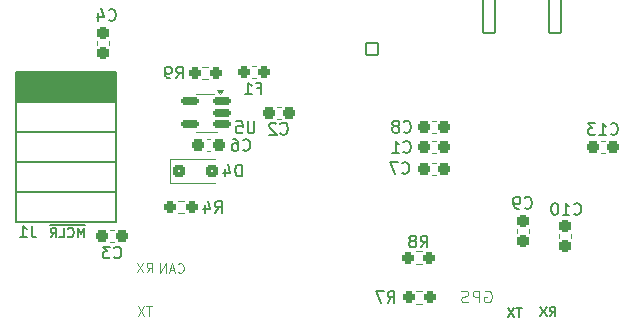
<source format=gbo>
G04 #@! TF.GenerationSoftware,KiCad,Pcbnew,9.0.6*
G04 #@! TF.CreationDate,2026-01-16T18:23:39-05:00*
G04 #@! TF.ProjectId,gps_2,6770735f-322e-46b6-9963-61645f706362,AA*
G04 #@! TF.SameCoordinates,Original*
G04 #@! TF.FileFunction,Legend,Bot*
G04 #@! TF.FilePolarity,Positive*
%FSLAX46Y46*%
G04 Gerber Fmt 4.6, Leading zero omitted, Abs format (unit mm)*
G04 Created by KiCad (PCBNEW 9.0.6) date 2026-01-16 18:23:39*
%MOMM*%
%LPD*%
G01*
G04 APERTURE LIST*
G04 Aperture macros list*
%AMRoundRect*
0 Rectangle with rounded corners*
0 $1 Rounding radius*
0 $2 $3 $4 $5 $6 $7 $8 $9 X,Y pos of 4 corners*
0 Add a 4 corners polygon primitive as box body*
4,1,4,$2,$3,$4,$5,$6,$7,$8,$9,$2,$3,0*
0 Add four circle primitives for the rounded corners*
1,1,$1+$1,$2,$3*
1,1,$1+$1,$4,$5*
1,1,$1+$1,$6,$7*
1,1,$1+$1,$8,$9*
0 Add four rect primitives between the rounded corners*
20,1,$1+$1,$2,$3,$4,$5,0*
20,1,$1+$1,$4,$5,$6,$7,0*
20,1,$1+$1,$6,$7,$8,$9,0*
20,1,$1+$1,$8,$9,$2,$3,0*%
G04 Aperture macros list end*
%ADD10C,0.125000*%
%ADD11C,0.150000*%
%ADD12C,0.100000*%
%ADD13C,0.160020*%
%ADD14C,0.120000*%
%ADD15C,2.000000*%
%ADD16C,6.400000*%
%ADD17R,1.000000X1.000000*%
%ADD18RoundRect,0.102000X0.500000X2.280000X-0.500000X2.280000X-0.500000X-2.280000X0.500000X-2.280000X0*%
%ADD19C,2.550000*%
%ADD20RoundRect,0.102000X0.500000X0.500000X-0.500000X0.500000X-0.500000X-0.500000X0.500000X-0.500000X0*%
%ADD21C,1.204000*%
%ADD22C,2.379000*%
%ADD23RoundRect,0.237500X0.300000X0.237500X-0.300000X0.237500X-0.300000X-0.237500X0.300000X-0.237500X0*%
%ADD24RoundRect,0.237500X0.287500X0.237500X-0.287500X0.237500X-0.287500X-0.237500X0.287500X-0.237500X0*%
%ADD25R,2.000000X1.000000*%
%ADD26RoundRect,0.237500X0.237500X-0.300000X0.237500X0.300000X-0.237500X0.300000X-0.237500X-0.300000X0*%
%ADD27RoundRect,0.250000X-0.300000X-0.300000X0.300000X-0.300000X0.300000X0.300000X-0.300000X0.300000X0*%
%ADD28RoundRect,0.237500X0.250000X0.237500X-0.250000X0.237500X-0.250000X-0.237500X0.250000X-0.237500X0*%
%ADD29RoundRect,0.237500X-0.237500X0.300000X-0.237500X-0.300000X0.237500X-0.300000X0.237500X0.300000X0*%
%ADD30RoundRect,0.162500X0.617500X0.162500X-0.617500X0.162500X-0.617500X-0.162500X0.617500X-0.162500X0*%
%ADD31RoundRect,0.237500X-0.300000X-0.237500X0.300000X-0.237500X0.300000X0.237500X-0.300000X0.237500X0*%
%ADD32RoundRect,0.237500X-0.250000X-0.237500X0.250000X-0.237500X0.250000X0.237500X-0.250000X0.237500X0*%
G04 APERTURE END LIST*
D10*
X170055859Y-126468738D02*
X170151097Y-126421119D01*
X170151097Y-126421119D02*
X170293954Y-126421119D01*
X170293954Y-126421119D02*
X170436811Y-126468738D01*
X170436811Y-126468738D02*
X170532049Y-126563976D01*
X170532049Y-126563976D02*
X170579668Y-126659214D01*
X170579668Y-126659214D02*
X170627287Y-126849690D01*
X170627287Y-126849690D02*
X170627287Y-126992547D01*
X170627287Y-126992547D02*
X170579668Y-127183023D01*
X170579668Y-127183023D02*
X170532049Y-127278261D01*
X170532049Y-127278261D02*
X170436811Y-127373500D01*
X170436811Y-127373500D02*
X170293954Y-127421119D01*
X170293954Y-127421119D02*
X170198716Y-127421119D01*
X170198716Y-127421119D02*
X170055859Y-127373500D01*
X170055859Y-127373500D02*
X170008240Y-127325880D01*
X170008240Y-127325880D02*
X170008240Y-126992547D01*
X170008240Y-126992547D02*
X170198716Y-126992547D01*
X169579668Y-127421119D02*
X169579668Y-126421119D01*
X169579668Y-126421119D02*
X169198716Y-126421119D01*
X169198716Y-126421119D02*
X169103478Y-126468738D01*
X169103478Y-126468738D02*
X169055859Y-126516357D01*
X169055859Y-126516357D02*
X169008240Y-126611595D01*
X169008240Y-126611595D02*
X169008240Y-126754452D01*
X169008240Y-126754452D02*
X169055859Y-126849690D01*
X169055859Y-126849690D02*
X169103478Y-126897309D01*
X169103478Y-126897309D02*
X169198716Y-126944928D01*
X169198716Y-126944928D02*
X169579668Y-126944928D01*
X168627287Y-127373500D02*
X168484430Y-127421119D01*
X168484430Y-127421119D02*
X168246335Y-127421119D01*
X168246335Y-127421119D02*
X168151097Y-127373500D01*
X168151097Y-127373500D02*
X168103478Y-127325880D01*
X168103478Y-127325880D02*
X168055859Y-127230642D01*
X168055859Y-127230642D02*
X168055859Y-127135404D01*
X168055859Y-127135404D02*
X168103478Y-127040166D01*
X168103478Y-127040166D02*
X168151097Y-126992547D01*
X168151097Y-126992547D02*
X168246335Y-126944928D01*
X168246335Y-126944928D02*
X168436811Y-126897309D01*
X168436811Y-126897309D02*
X168532049Y-126849690D01*
X168532049Y-126849690D02*
X168579668Y-126802071D01*
X168579668Y-126802071D02*
X168627287Y-126706833D01*
X168627287Y-126706833D02*
X168627287Y-126611595D01*
X168627287Y-126611595D02*
X168579668Y-126516357D01*
X168579668Y-126516357D02*
X168532049Y-126468738D01*
X168532049Y-126468738D02*
X168436811Y-126421119D01*
X168436811Y-126421119D02*
X168198716Y-126421119D01*
X168198716Y-126421119D02*
X168055859Y-126468738D01*
D11*
X173177123Y-127883095D02*
X172719980Y-127883095D01*
X172948552Y-128683095D02*
X172948552Y-127883095D01*
X172529504Y-127883095D02*
X171996170Y-128683095D01*
X171996170Y-127883095D02*
X172529504Y-128683095D01*
D12*
X141833523Y-127758695D02*
X141376380Y-127758695D01*
X141604952Y-128558695D02*
X141604952Y-127758695D01*
X141185904Y-127758695D02*
X140652570Y-128558695D01*
X140652570Y-127758695D02*
X141185904Y-128558695D01*
D11*
X175553332Y-128606895D02*
X175819999Y-128225942D01*
X176010475Y-128606895D02*
X176010475Y-127806895D01*
X176010475Y-127806895D02*
X175705713Y-127806895D01*
X175705713Y-127806895D02*
X175629523Y-127844990D01*
X175629523Y-127844990D02*
X175591428Y-127883085D01*
X175591428Y-127883085D02*
X175553332Y-127959276D01*
X175553332Y-127959276D02*
X175553332Y-128073561D01*
X175553332Y-128073561D02*
X175591428Y-128149752D01*
X175591428Y-128149752D02*
X175629523Y-128187847D01*
X175629523Y-128187847D02*
X175705713Y-128225942D01*
X175705713Y-128225942D02*
X176010475Y-128225942D01*
X175286666Y-127806895D02*
X174753332Y-128606895D01*
X174753332Y-127806895D02*
X175286666Y-128606895D01*
D12*
X144066591Y-124839504D02*
X144104687Y-124877600D01*
X144104687Y-124877600D02*
X144218972Y-124915695D01*
X144218972Y-124915695D02*
X144295163Y-124915695D01*
X144295163Y-124915695D02*
X144409449Y-124877600D01*
X144409449Y-124877600D02*
X144485639Y-124801409D01*
X144485639Y-124801409D02*
X144523734Y-124725219D01*
X144523734Y-124725219D02*
X144561830Y-124572838D01*
X144561830Y-124572838D02*
X144561830Y-124458552D01*
X144561830Y-124458552D02*
X144523734Y-124306171D01*
X144523734Y-124306171D02*
X144485639Y-124229980D01*
X144485639Y-124229980D02*
X144409449Y-124153790D01*
X144409449Y-124153790D02*
X144295163Y-124115695D01*
X144295163Y-124115695D02*
X144218972Y-124115695D01*
X144218972Y-124115695D02*
X144104687Y-124153790D01*
X144104687Y-124153790D02*
X144066591Y-124191885D01*
X143761830Y-124687123D02*
X143380877Y-124687123D01*
X143838020Y-124915695D02*
X143571353Y-124115695D01*
X143571353Y-124115695D02*
X143304687Y-124915695D01*
X143038020Y-124915695D02*
X143038020Y-124115695D01*
X143038020Y-124115695D02*
X142580877Y-124915695D01*
X142580877Y-124915695D02*
X142580877Y-124115695D01*
X141408132Y-124875695D02*
X141674799Y-124494742D01*
X141865275Y-124875695D02*
X141865275Y-124075695D01*
X141865275Y-124075695D02*
X141560513Y-124075695D01*
X141560513Y-124075695D02*
X141484323Y-124113790D01*
X141484323Y-124113790D02*
X141446228Y-124151885D01*
X141446228Y-124151885D02*
X141408132Y-124228076D01*
X141408132Y-124228076D02*
X141408132Y-124342361D01*
X141408132Y-124342361D02*
X141446228Y-124418552D01*
X141446228Y-124418552D02*
X141484323Y-124456647D01*
X141484323Y-124456647D02*
X141560513Y-124494742D01*
X141560513Y-124494742D02*
X141865275Y-124494742D01*
X141141466Y-124075695D02*
X140608132Y-124875695D01*
X140608132Y-124075695D02*
X141141466Y-124875695D01*
D13*
X136104224Y-121893761D02*
X136104224Y-121093661D01*
X136104224Y-121093661D02*
X135837524Y-121665161D01*
X135837524Y-121665161D02*
X135570824Y-121093661D01*
X135570824Y-121093661D02*
X135570824Y-121893761D01*
X134732624Y-121817561D02*
X134770724Y-121855661D01*
X134770724Y-121855661D02*
X134885024Y-121893761D01*
X134885024Y-121893761D02*
X134961224Y-121893761D01*
X134961224Y-121893761D02*
X135075524Y-121855661D01*
X135075524Y-121855661D02*
X135151724Y-121779461D01*
X135151724Y-121779461D02*
X135189824Y-121703261D01*
X135189824Y-121703261D02*
X135227924Y-121550861D01*
X135227924Y-121550861D02*
X135227924Y-121436561D01*
X135227924Y-121436561D02*
X135189824Y-121284161D01*
X135189824Y-121284161D02*
X135151724Y-121207961D01*
X135151724Y-121207961D02*
X135075524Y-121131761D01*
X135075524Y-121131761D02*
X134961224Y-121093661D01*
X134961224Y-121093661D02*
X134885024Y-121093661D01*
X134885024Y-121093661D02*
X134770724Y-121131761D01*
X134770724Y-121131761D02*
X134732624Y-121169861D01*
X134008724Y-121893761D02*
X134389724Y-121893761D01*
X134389724Y-121893761D02*
X134389724Y-121093661D01*
X133284824Y-121893761D02*
X133551524Y-121512761D01*
X133742024Y-121893761D02*
X133742024Y-121093661D01*
X133742024Y-121093661D02*
X133437224Y-121093661D01*
X133437224Y-121093661D02*
X133361024Y-121131761D01*
X133361024Y-121131761D02*
X133322924Y-121169861D01*
X133322924Y-121169861D02*
X133284824Y-121246061D01*
X133284824Y-121246061D02*
X133284824Y-121360361D01*
X133284824Y-121360361D02*
X133322924Y-121436561D01*
X133322924Y-121436561D02*
X133361024Y-121474661D01*
X133361024Y-121474661D02*
X133437224Y-121512761D01*
X133437224Y-121512761D02*
X133742024Y-121512761D01*
X136214714Y-120871538D02*
X133212434Y-120871538D01*
D11*
X163166666Y-112954580D02*
X163214285Y-113002200D01*
X163214285Y-113002200D02*
X163357142Y-113049819D01*
X163357142Y-113049819D02*
X163452380Y-113049819D01*
X163452380Y-113049819D02*
X163595237Y-113002200D01*
X163595237Y-113002200D02*
X163690475Y-112906961D01*
X163690475Y-112906961D02*
X163738094Y-112811723D01*
X163738094Y-112811723D02*
X163785713Y-112621247D01*
X163785713Y-112621247D02*
X163785713Y-112478390D01*
X163785713Y-112478390D02*
X163738094Y-112287914D01*
X163738094Y-112287914D02*
X163690475Y-112192676D01*
X163690475Y-112192676D02*
X163595237Y-112097438D01*
X163595237Y-112097438D02*
X163452380Y-112049819D01*
X163452380Y-112049819D02*
X163357142Y-112049819D01*
X163357142Y-112049819D02*
X163214285Y-112097438D01*
X163214285Y-112097438D02*
X163166666Y-112145057D01*
X162595237Y-112478390D02*
X162690475Y-112430771D01*
X162690475Y-112430771D02*
X162738094Y-112383152D01*
X162738094Y-112383152D02*
X162785713Y-112287914D01*
X162785713Y-112287914D02*
X162785713Y-112240295D01*
X162785713Y-112240295D02*
X162738094Y-112145057D01*
X162738094Y-112145057D02*
X162690475Y-112097438D01*
X162690475Y-112097438D02*
X162595237Y-112049819D01*
X162595237Y-112049819D02*
X162404761Y-112049819D01*
X162404761Y-112049819D02*
X162309523Y-112097438D01*
X162309523Y-112097438D02*
X162261904Y-112145057D01*
X162261904Y-112145057D02*
X162214285Y-112240295D01*
X162214285Y-112240295D02*
X162214285Y-112287914D01*
X162214285Y-112287914D02*
X162261904Y-112383152D01*
X162261904Y-112383152D02*
X162309523Y-112430771D01*
X162309523Y-112430771D02*
X162404761Y-112478390D01*
X162404761Y-112478390D02*
X162595237Y-112478390D01*
X162595237Y-112478390D02*
X162690475Y-112526009D01*
X162690475Y-112526009D02*
X162738094Y-112573628D01*
X162738094Y-112573628D02*
X162785713Y-112668866D01*
X162785713Y-112668866D02*
X162785713Y-112859342D01*
X162785713Y-112859342D02*
X162738094Y-112954580D01*
X162738094Y-112954580D02*
X162690475Y-113002200D01*
X162690475Y-113002200D02*
X162595237Y-113049819D01*
X162595237Y-113049819D02*
X162404761Y-113049819D01*
X162404761Y-113049819D02*
X162309523Y-113002200D01*
X162309523Y-113002200D02*
X162261904Y-112954580D01*
X162261904Y-112954580D02*
X162214285Y-112859342D01*
X162214285Y-112859342D02*
X162214285Y-112668866D01*
X162214285Y-112668866D02*
X162261904Y-112573628D01*
X162261904Y-112573628D02*
X162309523Y-112526009D01*
X162309523Y-112526009D02*
X162404761Y-112478390D01*
X180695357Y-113149580D02*
X180742976Y-113197200D01*
X180742976Y-113197200D02*
X180885833Y-113244819D01*
X180885833Y-113244819D02*
X180981071Y-113244819D01*
X180981071Y-113244819D02*
X181123928Y-113197200D01*
X181123928Y-113197200D02*
X181219166Y-113101961D01*
X181219166Y-113101961D02*
X181266785Y-113006723D01*
X181266785Y-113006723D02*
X181314404Y-112816247D01*
X181314404Y-112816247D02*
X181314404Y-112673390D01*
X181314404Y-112673390D02*
X181266785Y-112482914D01*
X181266785Y-112482914D02*
X181219166Y-112387676D01*
X181219166Y-112387676D02*
X181123928Y-112292438D01*
X181123928Y-112292438D02*
X180981071Y-112244819D01*
X180981071Y-112244819D02*
X180885833Y-112244819D01*
X180885833Y-112244819D02*
X180742976Y-112292438D01*
X180742976Y-112292438D02*
X180695357Y-112340057D01*
X179742976Y-113244819D02*
X180314404Y-113244819D01*
X180028690Y-113244819D02*
X180028690Y-112244819D01*
X180028690Y-112244819D02*
X180123928Y-112387676D01*
X180123928Y-112387676D02*
X180219166Y-112482914D01*
X180219166Y-112482914D02*
X180314404Y-112530533D01*
X179409642Y-112244819D02*
X178790595Y-112244819D01*
X178790595Y-112244819D02*
X179123928Y-112625771D01*
X179123928Y-112625771D02*
X178981071Y-112625771D01*
X178981071Y-112625771D02*
X178885833Y-112673390D01*
X178885833Y-112673390D02*
X178838214Y-112721009D01*
X178838214Y-112721009D02*
X178790595Y-112816247D01*
X178790595Y-112816247D02*
X178790595Y-113054342D01*
X178790595Y-113054342D02*
X178838214Y-113149580D01*
X178838214Y-113149580D02*
X178885833Y-113197200D01*
X178885833Y-113197200D02*
X178981071Y-113244819D01*
X178981071Y-113244819D02*
X179266785Y-113244819D01*
X179266785Y-113244819D02*
X179362023Y-113197200D01*
X179362023Y-113197200D02*
X179409642Y-113149580D01*
X150777533Y-109278009D02*
X151110866Y-109278009D01*
X151110866Y-109801819D02*
X151110866Y-108801819D01*
X151110866Y-108801819D02*
X150634676Y-108801819D01*
X149729914Y-109801819D02*
X150301342Y-109801819D01*
X150015628Y-109801819D02*
X150015628Y-108801819D01*
X150015628Y-108801819D02*
X150110866Y-108944676D01*
X150110866Y-108944676D02*
X150206104Y-109039914D01*
X150206104Y-109039914D02*
X150301342Y-109087533D01*
X131676733Y-120917619D02*
X131676733Y-121631904D01*
X131676733Y-121631904D02*
X131724352Y-121774761D01*
X131724352Y-121774761D02*
X131819590Y-121870000D01*
X131819590Y-121870000D02*
X131962447Y-121917619D01*
X131962447Y-121917619D02*
X132057685Y-121917619D01*
X130676733Y-121917619D02*
X131248161Y-121917619D01*
X130962447Y-121917619D02*
X130962447Y-120917619D01*
X130962447Y-120917619D02*
X131057685Y-121060476D01*
X131057685Y-121060476D02*
X131152923Y-121155714D01*
X131152923Y-121155714D02*
X131248161Y-121203333D01*
X138190266Y-103483580D02*
X138237885Y-103531200D01*
X138237885Y-103531200D02*
X138380742Y-103578819D01*
X138380742Y-103578819D02*
X138475980Y-103578819D01*
X138475980Y-103578819D02*
X138618837Y-103531200D01*
X138618837Y-103531200D02*
X138714075Y-103435961D01*
X138714075Y-103435961D02*
X138761694Y-103340723D01*
X138761694Y-103340723D02*
X138809313Y-103150247D01*
X138809313Y-103150247D02*
X138809313Y-103007390D01*
X138809313Y-103007390D02*
X138761694Y-102816914D01*
X138761694Y-102816914D02*
X138714075Y-102721676D01*
X138714075Y-102721676D02*
X138618837Y-102626438D01*
X138618837Y-102626438D02*
X138475980Y-102578819D01*
X138475980Y-102578819D02*
X138380742Y-102578819D01*
X138380742Y-102578819D02*
X138237885Y-102626438D01*
X138237885Y-102626438D02*
X138190266Y-102674057D01*
X137333123Y-102912152D02*
X137333123Y-103578819D01*
X137571218Y-102531200D02*
X137809313Y-103245485D01*
X137809313Y-103245485D02*
X137190266Y-103245485D01*
X149463094Y-116754819D02*
X149463094Y-115754819D01*
X149463094Y-115754819D02*
X149224999Y-115754819D01*
X149224999Y-115754819D02*
X149082142Y-115802438D01*
X149082142Y-115802438D02*
X148986904Y-115897676D01*
X148986904Y-115897676D02*
X148939285Y-115992914D01*
X148939285Y-115992914D02*
X148891666Y-116183390D01*
X148891666Y-116183390D02*
X148891666Y-116326247D01*
X148891666Y-116326247D02*
X148939285Y-116516723D01*
X148939285Y-116516723D02*
X148986904Y-116611961D01*
X148986904Y-116611961D02*
X149082142Y-116707200D01*
X149082142Y-116707200D02*
X149224999Y-116754819D01*
X149224999Y-116754819D02*
X149463094Y-116754819D01*
X148034523Y-116088152D02*
X148034523Y-116754819D01*
X148272618Y-115707200D02*
X148510713Y-116421485D01*
X148510713Y-116421485D02*
X147891666Y-116421485D01*
X147186666Y-119844819D02*
X147519999Y-119368628D01*
X147758094Y-119844819D02*
X147758094Y-118844819D01*
X147758094Y-118844819D02*
X147377142Y-118844819D01*
X147377142Y-118844819D02*
X147281904Y-118892438D01*
X147281904Y-118892438D02*
X147234285Y-118940057D01*
X147234285Y-118940057D02*
X147186666Y-119035295D01*
X147186666Y-119035295D02*
X147186666Y-119178152D01*
X147186666Y-119178152D02*
X147234285Y-119273390D01*
X147234285Y-119273390D02*
X147281904Y-119321009D01*
X147281904Y-119321009D02*
X147377142Y-119368628D01*
X147377142Y-119368628D02*
X147758094Y-119368628D01*
X146329523Y-119178152D02*
X146329523Y-119844819D01*
X146567618Y-118797200D02*
X146805713Y-119511485D01*
X146805713Y-119511485D02*
X146186666Y-119511485D01*
X177592807Y-119917380D02*
X177640426Y-119965000D01*
X177640426Y-119965000D02*
X177783283Y-120012619D01*
X177783283Y-120012619D02*
X177878521Y-120012619D01*
X177878521Y-120012619D02*
X178021378Y-119965000D01*
X178021378Y-119965000D02*
X178116616Y-119869761D01*
X178116616Y-119869761D02*
X178164235Y-119774523D01*
X178164235Y-119774523D02*
X178211854Y-119584047D01*
X178211854Y-119584047D02*
X178211854Y-119441190D01*
X178211854Y-119441190D02*
X178164235Y-119250714D01*
X178164235Y-119250714D02*
X178116616Y-119155476D01*
X178116616Y-119155476D02*
X178021378Y-119060238D01*
X178021378Y-119060238D02*
X177878521Y-119012619D01*
X177878521Y-119012619D02*
X177783283Y-119012619D01*
X177783283Y-119012619D02*
X177640426Y-119060238D01*
X177640426Y-119060238D02*
X177592807Y-119107857D01*
X176640426Y-120012619D02*
X177211854Y-120012619D01*
X176926140Y-120012619D02*
X176926140Y-119012619D01*
X176926140Y-119012619D02*
X177021378Y-119155476D01*
X177021378Y-119155476D02*
X177116616Y-119250714D01*
X177116616Y-119250714D02*
X177211854Y-119298333D01*
X176021378Y-119012619D02*
X175926140Y-119012619D01*
X175926140Y-119012619D02*
X175830902Y-119060238D01*
X175830902Y-119060238D02*
X175783283Y-119107857D01*
X175783283Y-119107857D02*
X175735664Y-119203095D01*
X175735664Y-119203095D02*
X175688045Y-119393571D01*
X175688045Y-119393571D02*
X175688045Y-119631666D01*
X175688045Y-119631666D02*
X175735664Y-119822142D01*
X175735664Y-119822142D02*
X175783283Y-119917380D01*
X175783283Y-119917380D02*
X175830902Y-119965000D01*
X175830902Y-119965000D02*
X175926140Y-120012619D01*
X175926140Y-120012619D02*
X176021378Y-120012619D01*
X176021378Y-120012619D02*
X176116616Y-119965000D01*
X176116616Y-119965000D02*
X176164235Y-119917380D01*
X176164235Y-119917380D02*
X176211854Y-119822142D01*
X176211854Y-119822142D02*
X176259473Y-119631666D01*
X176259473Y-119631666D02*
X176259473Y-119393571D01*
X176259473Y-119393571D02*
X176211854Y-119203095D01*
X176211854Y-119203095D02*
X176164235Y-119107857D01*
X176164235Y-119107857D02*
X176116616Y-119060238D01*
X176116616Y-119060238D02*
X176021378Y-119012619D01*
X161809166Y-127464819D02*
X162142499Y-126988628D01*
X162380594Y-127464819D02*
X162380594Y-126464819D01*
X162380594Y-126464819D02*
X161999642Y-126464819D01*
X161999642Y-126464819D02*
X161904404Y-126512438D01*
X161904404Y-126512438D02*
X161856785Y-126560057D01*
X161856785Y-126560057D02*
X161809166Y-126655295D01*
X161809166Y-126655295D02*
X161809166Y-126798152D01*
X161809166Y-126798152D02*
X161856785Y-126893390D01*
X161856785Y-126893390D02*
X161904404Y-126941009D01*
X161904404Y-126941009D02*
X161999642Y-126988628D01*
X161999642Y-126988628D02*
X162380594Y-126988628D01*
X161475832Y-126464819D02*
X160809166Y-126464819D01*
X160809166Y-126464819D02*
X161237737Y-127464819D01*
X150531904Y-112094819D02*
X150531904Y-112904342D01*
X150531904Y-112904342D02*
X150484285Y-112999580D01*
X150484285Y-112999580D02*
X150436666Y-113047200D01*
X150436666Y-113047200D02*
X150341428Y-113094819D01*
X150341428Y-113094819D02*
X150150952Y-113094819D01*
X150150952Y-113094819D02*
X150055714Y-113047200D01*
X150055714Y-113047200D02*
X150008095Y-112999580D01*
X150008095Y-112999580D02*
X149960476Y-112904342D01*
X149960476Y-112904342D02*
X149960476Y-112094819D01*
X149008095Y-112094819D02*
X149484285Y-112094819D01*
X149484285Y-112094819D02*
X149531904Y-112571009D01*
X149531904Y-112571009D02*
X149484285Y-112523390D01*
X149484285Y-112523390D02*
X149389047Y-112475771D01*
X149389047Y-112475771D02*
X149150952Y-112475771D01*
X149150952Y-112475771D02*
X149055714Y-112523390D01*
X149055714Y-112523390D02*
X149008095Y-112571009D01*
X149008095Y-112571009D02*
X148960476Y-112666247D01*
X148960476Y-112666247D02*
X148960476Y-112904342D01*
X148960476Y-112904342D02*
X149008095Y-112999580D01*
X149008095Y-112999580D02*
X149055714Y-113047200D01*
X149055714Y-113047200D02*
X149150952Y-113094819D01*
X149150952Y-113094819D02*
X149389047Y-113094819D01*
X149389047Y-113094819D02*
X149484285Y-113047200D01*
X149484285Y-113047200D02*
X149531904Y-112999580D01*
X138647466Y-123600380D02*
X138695085Y-123648000D01*
X138695085Y-123648000D02*
X138837942Y-123695619D01*
X138837942Y-123695619D02*
X138933180Y-123695619D01*
X138933180Y-123695619D02*
X139076037Y-123648000D01*
X139076037Y-123648000D02*
X139171275Y-123552761D01*
X139171275Y-123552761D02*
X139218894Y-123457523D01*
X139218894Y-123457523D02*
X139266513Y-123267047D01*
X139266513Y-123267047D02*
X139266513Y-123124190D01*
X139266513Y-123124190D02*
X139218894Y-122933714D01*
X139218894Y-122933714D02*
X139171275Y-122838476D01*
X139171275Y-122838476D02*
X139076037Y-122743238D01*
X139076037Y-122743238D02*
X138933180Y-122695619D01*
X138933180Y-122695619D02*
X138837942Y-122695619D01*
X138837942Y-122695619D02*
X138695085Y-122743238D01*
X138695085Y-122743238D02*
X138647466Y-122790857D01*
X138314132Y-122695619D02*
X137695085Y-122695619D01*
X137695085Y-122695619D02*
X138028418Y-123076571D01*
X138028418Y-123076571D02*
X137885561Y-123076571D01*
X137885561Y-123076571D02*
X137790323Y-123124190D01*
X137790323Y-123124190D02*
X137742704Y-123171809D01*
X137742704Y-123171809D02*
X137695085Y-123267047D01*
X137695085Y-123267047D02*
X137695085Y-123505142D01*
X137695085Y-123505142D02*
X137742704Y-123600380D01*
X137742704Y-123600380D02*
X137790323Y-123648000D01*
X137790323Y-123648000D02*
X137885561Y-123695619D01*
X137885561Y-123695619D02*
X138171275Y-123695619D01*
X138171275Y-123695619D02*
X138266513Y-123648000D01*
X138266513Y-123648000D02*
X138314132Y-123600380D01*
X163036666Y-116449580D02*
X163084285Y-116497200D01*
X163084285Y-116497200D02*
X163227142Y-116544819D01*
X163227142Y-116544819D02*
X163322380Y-116544819D01*
X163322380Y-116544819D02*
X163465237Y-116497200D01*
X163465237Y-116497200D02*
X163560475Y-116401961D01*
X163560475Y-116401961D02*
X163608094Y-116306723D01*
X163608094Y-116306723D02*
X163655713Y-116116247D01*
X163655713Y-116116247D02*
X163655713Y-115973390D01*
X163655713Y-115973390D02*
X163608094Y-115782914D01*
X163608094Y-115782914D02*
X163560475Y-115687676D01*
X163560475Y-115687676D02*
X163465237Y-115592438D01*
X163465237Y-115592438D02*
X163322380Y-115544819D01*
X163322380Y-115544819D02*
X163227142Y-115544819D01*
X163227142Y-115544819D02*
X163084285Y-115592438D01*
X163084285Y-115592438D02*
X163036666Y-115640057D01*
X162703332Y-115544819D02*
X162036666Y-115544819D01*
X162036666Y-115544819D02*
X162465237Y-116544819D01*
X163156666Y-114659580D02*
X163204285Y-114707200D01*
X163204285Y-114707200D02*
X163347142Y-114754819D01*
X163347142Y-114754819D02*
X163442380Y-114754819D01*
X163442380Y-114754819D02*
X163585237Y-114707200D01*
X163585237Y-114707200D02*
X163680475Y-114611961D01*
X163680475Y-114611961D02*
X163728094Y-114516723D01*
X163728094Y-114516723D02*
X163775713Y-114326247D01*
X163775713Y-114326247D02*
X163775713Y-114183390D01*
X163775713Y-114183390D02*
X163728094Y-113992914D01*
X163728094Y-113992914D02*
X163680475Y-113897676D01*
X163680475Y-113897676D02*
X163585237Y-113802438D01*
X163585237Y-113802438D02*
X163442380Y-113754819D01*
X163442380Y-113754819D02*
X163347142Y-113754819D01*
X163347142Y-113754819D02*
X163204285Y-113802438D01*
X163204285Y-113802438D02*
X163156666Y-113850057D01*
X162204285Y-114754819D02*
X162775713Y-114754819D01*
X162489999Y-114754819D02*
X162489999Y-113754819D01*
X162489999Y-113754819D02*
X162585237Y-113897676D01*
X162585237Y-113897676D02*
X162680475Y-113992914D01*
X162680475Y-113992914D02*
X162775713Y-114040533D01*
X173416666Y-119384180D02*
X173464285Y-119431800D01*
X173464285Y-119431800D02*
X173607142Y-119479419D01*
X173607142Y-119479419D02*
X173702380Y-119479419D01*
X173702380Y-119479419D02*
X173845237Y-119431800D01*
X173845237Y-119431800D02*
X173940475Y-119336561D01*
X173940475Y-119336561D02*
X173988094Y-119241323D01*
X173988094Y-119241323D02*
X174035713Y-119050847D01*
X174035713Y-119050847D02*
X174035713Y-118907990D01*
X174035713Y-118907990D02*
X173988094Y-118717514D01*
X173988094Y-118717514D02*
X173940475Y-118622276D01*
X173940475Y-118622276D02*
X173845237Y-118527038D01*
X173845237Y-118527038D02*
X173702380Y-118479419D01*
X173702380Y-118479419D02*
X173607142Y-118479419D01*
X173607142Y-118479419D02*
X173464285Y-118527038D01*
X173464285Y-118527038D02*
X173416666Y-118574657D01*
X172940475Y-119479419D02*
X172749999Y-119479419D01*
X172749999Y-119479419D02*
X172654761Y-119431800D01*
X172654761Y-119431800D02*
X172607142Y-119384180D01*
X172607142Y-119384180D02*
X172511904Y-119241323D01*
X172511904Y-119241323D02*
X172464285Y-119050847D01*
X172464285Y-119050847D02*
X172464285Y-118669895D01*
X172464285Y-118669895D02*
X172511904Y-118574657D01*
X172511904Y-118574657D02*
X172559523Y-118527038D01*
X172559523Y-118527038D02*
X172654761Y-118479419D01*
X172654761Y-118479419D02*
X172845237Y-118479419D01*
X172845237Y-118479419D02*
X172940475Y-118527038D01*
X172940475Y-118527038D02*
X172988094Y-118574657D01*
X172988094Y-118574657D02*
X173035713Y-118669895D01*
X173035713Y-118669895D02*
X173035713Y-118907990D01*
X173035713Y-118907990D02*
X172988094Y-119003228D01*
X172988094Y-119003228D02*
X172940475Y-119050847D01*
X172940475Y-119050847D02*
X172845237Y-119098466D01*
X172845237Y-119098466D02*
X172654761Y-119098466D01*
X172654761Y-119098466D02*
X172559523Y-119050847D01*
X172559523Y-119050847D02*
X172511904Y-119003228D01*
X172511904Y-119003228D02*
X172464285Y-118907990D01*
X149566666Y-114484580D02*
X149614285Y-114532200D01*
X149614285Y-114532200D02*
X149757142Y-114579819D01*
X149757142Y-114579819D02*
X149852380Y-114579819D01*
X149852380Y-114579819D02*
X149995237Y-114532200D01*
X149995237Y-114532200D02*
X150090475Y-114436961D01*
X150090475Y-114436961D02*
X150138094Y-114341723D01*
X150138094Y-114341723D02*
X150185713Y-114151247D01*
X150185713Y-114151247D02*
X150185713Y-114008390D01*
X150185713Y-114008390D02*
X150138094Y-113817914D01*
X150138094Y-113817914D02*
X150090475Y-113722676D01*
X150090475Y-113722676D02*
X149995237Y-113627438D01*
X149995237Y-113627438D02*
X149852380Y-113579819D01*
X149852380Y-113579819D02*
X149757142Y-113579819D01*
X149757142Y-113579819D02*
X149614285Y-113627438D01*
X149614285Y-113627438D02*
X149566666Y-113675057D01*
X148709523Y-113579819D02*
X148899999Y-113579819D01*
X148899999Y-113579819D02*
X148995237Y-113627438D01*
X148995237Y-113627438D02*
X149042856Y-113675057D01*
X149042856Y-113675057D02*
X149138094Y-113817914D01*
X149138094Y-113817914D02*
X149185713Y-114008390D01*
X149185713Y-114008390D02*
X149185713Y-114389342D01*
X149185713Y-114389342D02*
X149138094Y-114484580D01*
X149138094Y-114484580D02*
X149090475Y-114532200D01*
X149090475Y-114532200D02*
X148995237Y-114579819D01*
X148995237Y-114579819D02*
X148804761Y-114579819D01*
X148804761Y-114579819D02*
X148709523Y-114532200D01*
X148709523Y-114532200D02*
X148661904Y-114484580D01*
X148661904Y-114484580D02*
X148614285Y-114389342D01*
X148614285Y-114389342D02*
X148614285Y-114151247D01*
X148614285Y-114151247D02*
X148661904Y-114056009D01*
X148661904Y-114056009D02*
X148709523Y-114008390D01*
X148709523Y-114008390D02*
X148804761Y-113960771D01*
X148804761Y-113960771D02*
X148995237Y-113960771D01*
X148995237Y-113960771D02*
X149090475Y-114008390D01*
X149090475Y-114008390D02*
X149138094Y-114056009D01*
X149138094Y-114056009D02*
X149185713Y-114151247D01*
X152744466Y-113110180D02*
X152792085Y-113157800D01*
X152792085Y-113157800D02*
X152934942Y-113205419D01*
X152934942Y-113205419D02*
X153030180Y-113205419D01*
X153030180Y-113205419D02*
X153173037Y-113157800D01*
X153173037Y-113157800D02*
X153268275Y-113062561D01*
X153268275Y-113062561D02*
X153315894Y-112967323D01*
X153315894Y-112967323D02*
X153363513Y-112776847D01*
X153363513Y-112776847D02*
X153363513Y-112633990D01*
X153363513Y-112633990D02*
X153315894Y-112443514D01*
X153315894Y-112443514D02*
X153268275Y-112348276D01*
X153268275Y-112348276D02*
X153173037Y-112253038D01*
X153173037Y-112253038D02*
X153030180Y-112205419D01*
X153030180Y-112205419D02*
X152934942Y-112205419D01*
X152934942Y-112205419D02*
X152792085Y-112253038D01*
X152792085Y-112253038D02*
X152744466Y-112300657D01*
X152363513Y-112300657D02*
X152315894Y-112253038D01*
X152315894Y-112253038D02*
X152220656Y-112205419D01*
X152220656Y-112205419D02*
X151982561Y-112205419D01*
X151982561Y-112205419D02*
X151887323Y-112253038D01*
X151887323Y-112253038D02*
X151839704Y-112300657D01*
X151839704Y-112300657D02*
X151792085Y-112395895D01*
X151792085Y-112395895D02*
X151792085Y-112491133D01*
X151792085Y-112491133D02*
X151839704Y-112633990D01*
X151839704Y-112633990D02*
X152411132Y-113205419D01*
X152411132Y-113205419D02*
X151792085Y-113205419D01*
X143905266Y-108454819D02*
X144238599Y-107978628D01*
X144476694Y-108454819D02*
X144476694Y-107454819D01*
X144476694Y-107454819D02*
X144095742Y-107454819D01*
X144095742Y-107454819D02*
X144000504Y-107502438D01*
X144000504Y-107502438D02*
X143952885Y-107550057D01*
X143952885Y-107550057D02*
X143905266Y-107645295D01*
X143905266Y-107645295D02*
X143905266Y-107788152D01*
X143905266Y-107788152D02*
X143952885Y-107883390D01*
X143952885Y-107883390D02*
X144000504Y-107931009D01*
X144000504Y-107931009D02*
X144095742Y-107978628D01*
X144095742Y-107978628D02*
X144476694Y-107978628D01*
X143429075Y-108454819D02*
X143238599Y-108454819D01*
X143238599Y-108454819D02*
X143143361Y-108407200D01*
X143143361Y-108407200D02*
X143095742Y-108359580D01*
X143095742Y-108359580D02*
X143000504Y-108216723D01*
X143000504Y-108216723D02*
X142952885Y-108026247D01*
X142952885Y-108026247D02*
X142952885Y-107645295D01*
X142952885Y-107645295D02*
X143000504Y-107550057D01*
X143000504Y-107550057D02*
X143048123Y-107502438D01*
X143048123Y-107502438D02*
X143143361Y-107454819D01*
X143143361Y-107454819D02*
X143333837Y-107454819D01*
X143333837Y-107454819D02*
X143429075Y-107502438D01*
X143429075Y-107502438D02*
X143476694Y-107550057D01*
X143476694Y-107550057D02*
X143524313Y-107645295D01*
X143524313Y-107645295D02*
X143524313Y-107883390D01*
X143524313Y-107883390D02*
X143476694Y-107978628D01*
X143476694Y-107978628D02*
X143429075Y-108026247D01*
X143429075Y-108026247D02*
X143333837Y-108073866D01*
X143333837Y-108073866D02*
X143143361Y-108073866D01*
X143143361Y-108073866D02*
X143048123Y-108026247D01*
X143048123Y-108026247D02*
X143000504Y-107978628D01*
X143000504Y-107978628D02*
X142952885Y-107883390D01*
X164606666Y-122755819D02*
X164939999Y-122279628D01*
X165178094Y-122755819D02*
X165178094Y-121755819D01*
X165178094Y-121755819D02*
X164797142Y-121755819D01*
X164797142Y-121755819D02*
X164701904Y-121803438D01*
X164701904Y-121803438D02*
X164654285Y-121851057D01*
X164654285Y-121851057D02*
X164606666Y-121946295D01*
X164606666Y-121946295D02*
X164606666Y-122089152D01*
X164606666Y-122089152D02*
X164654285Y-122184390D01*
X164654285Y-122184390D02*
X164701904Y-122232009D01*
X164701904Y-122232009D02*
X164797142Y-122279628D01*
X164797142Y-122279628D02*
X165178094Y-122279628D01*
X164035237Y-122184390D02*
X164130475Y-122136771D01*
X164130475Y-122136771D02*
X164178094Y-122089152D01*
X164178094Y-122089152D02*
X164225713Y-121993914D01*
X164225713Y-121993914D02*
X164225713Y-121946295D01*
X164225713Y-121946295D02*
X164178094Y-121851057D01*
X164178094Y-121851057D02*
X164130475Y-121803438D01*
X164130475Y-121803438D02*
X164035237Y-121755819D01*
X164035237Y-121755819D02*
X163844761Y-121755819D01*
X163844761Y-121755819D02*
X163749523Y-121803438D01*
X163749523Y-121803438D02*
X163701904Y-121851057D01*
X163701904Y-121851057D02*
X163654285Y-121946295D01*
X163654285Y-121946295D02*
X163654285Y-121993914D01*
X163654285Y-121993914D02*
X163701904Y-122089152D01*
X163701904Y-122089152D02*
X163749523Y-122136771D01*
X163749523Y-122136771D02*
X163844761Y-122184390D01*
X163844761Y-122184390D02*
X164035237Y-122184390D01*
X164035237Y-122184390D02*
X164130475Y-122232009D01*
X164130475Y-122232009D02*
X164178094Y-122279628D01*
X164178094Y-122279628D02*
X164225713Y-122374866D01*
X164225713Y-122374866D02*
X164225713Y-122565342D01*
X164225713Y-122565342D02*
X164178094Y-122660580D01*
X164178094Y-122660580D02*
X164130475Y-122708200D01*
X164130475Y-122708200D02*
X164035237Y-122755819D01*
X164035237Y-122755819D02*
X163844761Y-122755819D01*
X163844761Y-122755819D02*
X163749523Y-122708200D01*
X163749523Y-122708200D02*
X163701904Y-122660580D01*
X163701904Y-122660580D02*
X163654285Y-122565342D01*
X163654285Y-122565342D02*
X163654285Y-122374866D01*
X163654285Y-122374866D02*
X163701904Y-122279628D01*
X163701904Y-122279628D02*
X163749523Y-122232009D01*
X163749523Y-122232009D02*
X163844761Y-122184390D01*
D14*
G04 #@! TO.C,C8*
X165896267Y-112080000D02*
X165603733Y-112080000D01*
X165896267Y-113100000D02*
X165603733Y-113100000D01*
G04 #@! TO.C,C13*
X180178767Y-113720000D02*
X179886233Y-113720000D01*
X180178767Y-114740000D02*
X179886233Y-114740000D01*
G04 #@! TO.C,F1*
X150671267Y-107415000D02*
X150328733Y-107415000D01*
X150671267Y-108435000D02*
X150328733Y-108435000D01*
D11*
G04 #@! TO.C,J1*
X130350000Y-107880000D02*
X130350000Y-120580000D01*
X138850000Y-107880000D02*
X130350000Y-107880000D01*
X138850000Y-107880000D02*
X138850000Y-120580000D01*
X138850000Y-110420000D02*
X130350000Y-110420000D01*
X138850000Y-112960000D02*
X130350000Y-112960000D01*
X138850000Y-115500000D02*
X130350000Y-115500000D01*
X138850000Y-118040000D02*
X130350000Y-118040000D01*
X138850000Y-120580000D02*
X130350000Y-120580000D01*
X138786200Y-110369200D02*
X130404200Y-110369200D01*
X130404200Y-107930800D01*
X138786200Y-107930800D01*
X138786200Y-110369200D01*
G36*
X138786200Y-110369200D02*
G01*
X130404200Y-110369200D01*
X130404200Y-107930800D01*
X138786200Y-107930800D01*
X138786200Y-110369200D01*
G37*
D14*
G04 #@! TO.C,C4*
X137215000Y-105608767D02*
X137215000Y-105316233D01*
X138235000Y-105608767D02*
X138235000Y-105316233D01*
G04 #@! TO.C,D4*
X143365000Y-115300000D02*
X147225000Y-115300000D01*
X143365000Y-117300000D02*
X143365000Y-115300000D01*
X143365000Y-117300000D02*
X147225000Y-117300000D01*
G04 #@! TO.C,R4*
X144554724Y-118802500D02*
X144045276Y-118802500D01*
X144554724Y-119847500D02*
X144045276Y-119847500D01*
G04 #@! TO.C,C10*
X176340000Y-121653733D02*
X176340000Y-121946267D01*
X177360000Y-121653733D02*
X177360000Y-121946267D01*
G04 #@! TO.C,R7*
X164754724Y-126477500D02*
X164245276Y-126477500D01*
X164754724Y-127522500D02*
X164245276Y-127522500D01*
G04 #@! TO.C,U5*
X146350000Y-109740000D02*
X145550000Y-109740000D01*
X146350000Y-109740000D02*
X147150000Y-109740000D01*
X147350000Y-112960000D02*
X145550000Y-112960000D01*
X147650000Y-109790000D02*
X147410000Y-109460000D01*
X147890000Y-109460000D01*
X147650000Y-109790000D01*
G36*
X147650000Y-109790000D02*
G01*
X147410000Y-109460000D01*
X147890000Y-109460000D01*
X147650000Y-109790000D01*
G37*
G04 #@! TO.C,C3*
X138333433Y-121257600D02*
X138625967Y-121257600D01*
X138333433Y-122277600D02*
X138625967Y-122277600D01*
G04 #@! TO.C,C7*
X165896267Y-115580000D02*
X165603733Y-115580000D01*
X165896267Y-116600000D02*
X165603733Y-116600000D01*
G04 #@! TO.C,C1*
X165896267Y-113780000D02*
X165603733Y-113780000D01*
X165896267Y-114800000D02*
X165603733Y-114800000D01*
G04 #@! TO.C,C9*
X172775000Y-121233733D02*
X172775000Y-121526267D01*
X173795000Y-121233733D02*
X173795000Y-121526267D01*
G04 #@! TO.C,C6*
X146503733Y-113590000D02*
X146796267Y-113590000D01*
X146503733Y-114610000D02*
X146796267Y-114610000D01*
G04 #@! TO.C,C2*
X152775967Y-110843600D02*
X152483433Y-110843600D01*
X152775967Y-111863600D02*
X152483433Y-111863600D01*
G04 #@! TO.C,R9*
X146135276Y-107467500D02*
X146644724Y-107467500D01*
X146135276Y-108512500D02*
X146644724Y-108512500D01*
G04 #@! TO.C,R8*
X164694724Y-123097500D02*
X164185276Y-123097500D01*
X164694724Y-124142500D02*
X164185276Y-124142500D01*
G04 #@! TD*
%LPC*%
D15*
G04 #@! TO.C,TP3*
X141160000Y-126390000D03*
G04 #@! TD*
D16*
G04 #@! TO.C,H2*
X180808877Y-103632000D03*
G04 #@! TD*
D17*
G04 #@! TO.C,TP2*
X172520000Y-126850000D03*
G04 #@! TD*
D16*
G04 #@! TO.C,H1*
X133818877Y-103632000D03*
G04 #@! TD*
D17*
G04 #@! TO.C,TP1*
X175420000Y-126820000D03*
G04 #@! TD*
D18*
G04 #@! TO.C,J3*
X175947200Y-102362000D03*
X170407200Y-102362000D03*
G04 #@! TD*
D19*
G04 #@! TO.C,J2*
X164410000Y-106140000D03*
X140760000Y-106140000D03*
D20*
X160510000Y-105940000D03*
D21*
X159260000Y-105940000D03*
X160510000Y-104690000D03*
X159260000Y-104690000D03*
D22*
X156560000Y-105520000D03*
X152810000Y-105520000D03*
X149060000Y-105520000D03*
X145310000Y-105520000D03*
G04 #@! TD*
D16*
G04 #@! TO.C,H4*
X133818877Y-125222000D03*
G04 #@! TD*
G04 #@! TO.C,H3*
X180808877Y-125222000D03*
G04 #@! TD*
D15*
G04 #@! TO.C,TP4*
X141250000Y-122750000D03*
G04 #@! TD*
D23*
G04 #@! TO.C,C8*
X166612500Y-112590000D03*
X164887500Y-112590000D03*
G04 #@! TD*
G04 #@! TO.C,C13*
X180895000Y-114230000D03*
X179170000Y-114230000D03*
G04 #@! TD*
D24*
G04 #@! TO.C,F1*
X151375000Y-107925000D03*
X149625000Y-107925000D03*
G04 #@! TD*
D25*
G04 #@! TO.C,J1*
X141250000Y-109150000D03*
X141250000Y-111690000D03*
X141250000Y-114230000D03*
X141250000Y-116770000D03*
X141250000Y-119310000D03*
G04 #@! TD*
D26*
G04 #@! TO.C,C4*
X137725000Y-106325000D03*
X137725000Y-104600000D03*
G04 #@! TD*
D27*
G04 #@! TO.C,D4*
X144175000Y-116300000D03*
X146975000Y-116300000D03*
G04 #@! TD*
D28*
G04 #@! TO.C,R4*
X145212500Y-119325000D03*
X143387500Y-119325000D03*
G04 #@! TD*
D29*
G04 #@! TO.C,C10*
X176850000Y-120937500D03*
X176850000Y-122662500D03*
G04 #@! TD*
D28*
G04 #@! TO.C,R7*
X165412500Y-127000000D03*
X163587500Y-127000000D03*
G04 #@! TD*
D30*
G04 #@! TO.C,U5*
X147800000Y-110400000D03*
X147800000Y-111350000D03*
X147800000Y-112300000D03*
X145100000Y-112300000D03*
X145100000Y-110400000D03*
G04 #@! TD*
D31*
G04 #@! TO.C,C3*
X137617200Y-121767600D03*
X139342200Y-121767600D03*
G04 #@! TD*
D23*
G04 #@! TO.C,C7*
X166612500Y-116090000D03*
X164887500Y-116090000D03*
G04 #@! TD*
G04 #@! TO.C,C1*
X166612500Y-114290000D03*
X164887500Y-114290000D03*
G04 #@! TD*
D29*
G04 #@! TO.C,C9*
X173285000Y-120517500D03*
X173285000Y-122242500D03*
G04 #@! TD*
D31*
G04 #@! TO.C,C6*
X145787500Y-114100000D03*
X147512500Y-114100000D03*
G04 #@! TD*
D23*
G04 #@! TO.C,C2*
X153492200Y-111353600D03*
X151767200Y-111353600D03*
G04 #@! TD*
D32*
G04 #@! TO.C,R9*
X145477500Y-107990000D03*
X147302500Y-107990000D03*
G04 #@! TD*
D28*
G04 #@! TO.C,R8*
X165352500Y-123620000D03*
X163527500Y-123620000D03*
G04 #@! TD*
%LPD*%
M02*

</source>
